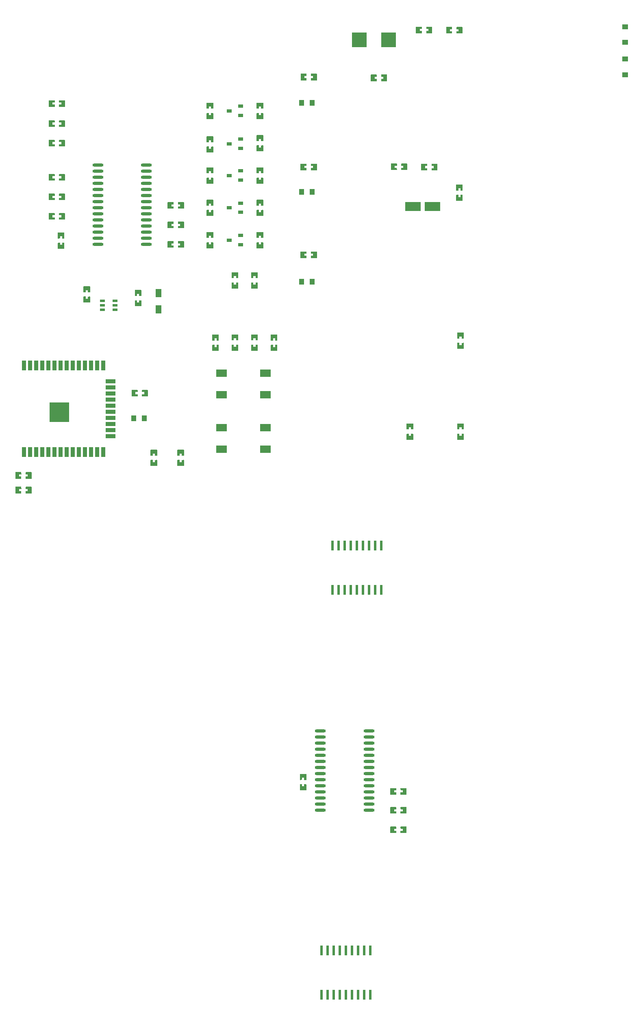
<source format=gtp>
G04 Layer: TopPasteMaskLayer*
G04 EasyEDA Pro v2.1.49.573a4102.674264, 2024-03-15 18:46:32*
G04 Gerber Generator version 0.3*
G04 Scale: 100 percent, Rotated: No, Reflected: No*
G04 Dimensions in millimeters*
G04 Leading zeros omitted, absolute positions, 3 integers and 5 decimals*
%FSLAX35Y35*%
%MOMM*%
%ADD10R,0.9X2.0*%
%ADD11R,2.0X0.9*%
%ADD12R,4.09999X4.09999*%
%ADD13R,1.0X0.8*%
%ADD14O,2.3X0.6*%
%ADD15R,1.0034X1.25001*%
%ADD16R,1.0X1.25001*%
%ADD17R,1.1X0.6*%
%ADD18R,1.29601X1.7575*%
%ADD19R,2.3X1.5*%
%ADD20R,1.0X1.25001*%
%ADD21R,0.55999X2.08501*%
%ADD22R,0.55999X2.08501*%
%ADD23R,3.19999X1.85*%
%ADD24R,1.18X1.07*%
%ADD25R,3.04999X3.09999*%
G75*


G04 PolygonModel Start*
G36*
G01X4750300Y-2113102D02*
G01X4622302Y-2113102D01*
G01X4617301Y-2108101D01*
G01Y-1993100D01*
G01X4622302Y-1988101D01*
G01X4663305Y-1987598D01*
G01Y-2032599D01*
G01X4708304D01*
G01Y-1988599D01*
G01X4750300Y-1988101D01*
G01X4755302Y-1993100D01*
G01Y-2108101D01*
G01X4750300Y-2113102D01*
G37*
G36*
G01X4750300Y-1898101D02*
G01X4708304Y-1898099D01*
G01Y-1853601D01*
G01X4663305D01*
G01Y-1897598D01*
G01X4622302Y-1898101D01*
G01X4617301Y-1893100D01*
G01Y-1778102D01*
G01X4622302Y-1773100D01*
G01X4750300D01*
G01X4755302Y-1778102D01*
G01Y-1893100D01*
G01X4750300Y-1898101D01*
G37*
G36*
G01X5791700Y-2113102D02*
G01X5663702Y-2113102D01*
G01X5658701Y-2108101D01*
G01Y-1993100D01*
G01X5663702Y-1988101D01*
G01X5704705Y-1987598D01*
G01Y-2032599D01*
G01X5749704D01*
G01Y-1988599D01*
G01X5791700Y-1988101D01*
G01X5796702Y-1993100D01*
G01Y-2108101D01*
G01X5791700Y-2113102D01*
G37*
G36*
G01X5791700Y-1898101D02*
G01X5749704Y-1898099D01*
G01Y-1853601D01*
G01X5704705D01*
G01Y-1897598D01*
G01X5663702Y-1898101D01*
G01X5658701Y-1893100D01*
G01Y-1778102D01*
G01X5663702Y-1773100D01*
G01X5791700D01*
G01X5796702Y-1778102D01*
G01Y-1893100D01*
G01X5791700Y-1898101D01*
G37*
G36*
G01X4750300Y-2811602D02*
G01X4622302Y-2811602D01*
G01X4617301Y-2806601D01*
G01Y-2691600D01*
G01X4622302Y-2686601D01*
G01X4663305Y-2686098D01*
G01Y-2731099D01*
G01X4708304D01*
G01Y-2687099D01*
G01X4750300Y-2686601D01*
G01X4755302Y-2691600D01*
G01Y-2806601D01*
G01X4750300Y-2811602D01*
G37*
G36*
G01X4750300Y-2596601D02*
G01X4708304Y-2596599D01*
G01Y-2552101D01*
G01X4663305D01*
G01Y-2596098D01*
G01X4622302Y-2596601D01*
G01X4617301Y-2591600D01*
G01Y-2476602D01*
G01X4622302Y-2471600D01*
G01X4750300D01*
G01X4755302Y-2476602D01*
G01Y-2591600D01*
G01X4750300Y-2596601D01*
G37*
G36*
G01X5791700Y-2786202D02*
G01X5663702Y-2786202D01*
G01X5658701Y-2781201D01*
G01Y-2666200D01*
G01X5663702Y-2661201D01*
G01X5704705Y-2660698D01*
G01Y-2705699D01*
G01X5749704D01*
G01Y-2661699D01*
G01X5791700Y-2661201D01*
G01X5796702Y-2666200D01*
G01Y-2781201D01*
G01X5791700Y-2786202D01*
G37*
G36*
G01X5791700Y-2571201D02*
G01X5749704Y-2571199D01*
G01Y-2526701D01*
G01X5704705D01*
G01Y-2570698D01*
G01X5663702Y-2571201D01*
G01X5658701Y-2566200D01*
G01Y-2451202D01*
G01X5663702Y-2446200D01*
G01X5791700D01*
G01X5796702Y-2451202D01*
G01Y-2566200D01*
G01X5791700Y-2571201D01*
G37*
G36*
G01X4750300Y-3459302D02*
G01X4622302Y-3459302D01*
G01X4617301Y-3454301D01*
G01Y-3339300D01*
G01X4622302Y-3334301D01*
G01X4663305Y-3333798D01*
G01Y-3378799D01*
G01X4708304D01*
G01Y-3334799D01*
G01X4750300Y-3334301D01*
G01X4755302Y-3339300D01*
G01Y-3454301D01*
G01X4750300Y-3459302D01*
G37*
G36*
G01X4750300Y-3244301D02*
G01X4708304Y-3244299D01*
G01Y-3199801D01*
G01X4663305D01*
G01Y-3243798D01*
G01X4622302Y-3244301D01*
G01X4617301Y-3239300D01*
G01Y-3124302D01*
G01X4622302Y-3119300D01*
G01X4750300D01*
G01X4755302Y-3124302D01*
G01Y-3239300D01*
G01X4750300Y-3244301D01*
G37*
G36*
G01X5791700Y-3459302D02*
G01X5663702Y-3459302D01*
G01X5658701Y-3454301D01*
G01Y-3339300D01*
G01X5663702Y-3334301D01*
G01X5704705Y-3333798D01*
G01Y-3378799D01*
G01X5749704D01*
G01Y-3334799D01*
G01X5791700Y-3334301D01*
G01X5796702Y-3339300D01*
G01Y-3454301D01*
G01X5791700Y-3459302D01*
G37*
G36*
G01X5791700Y-3244301D02*
G01X5749704Y-3244299D01*
G01Y-3199801D01*
G01X5704705D01*
G01Y-3243798D01*
G01X5663702Y-3244301D01*
G01X5658701Y-3239300D01*
G01Y-3124302D01*
G01X5663702Y-3119300D01*
G01X5791700D01*
G01X5796702Y-3124302D01*
G01Y-3239300D01*
G01X5791700Y-3244301D01*
G37*
G36*
G01X4750300Y-4132402D02*
G01X4622302Y-4132402D01*
G01X4617301Y-4127401D01*
G01Y-4012400D01*
G01X4622302Y-4007401D01*
G01X4663305Y-4006898D01*
G01Y-4051899D01*
G01X4708304D01*
G01Y-4007899D01*
G01X4750300Y-4007401D01*
G01X4755302Y-4012400D01*
G01Y-4127401D01*
G01X4750300Y-4132402D01*
G37*
G36*
G01X4750300Y-3917401D02*
G01X4708304Y-3917399D01*
G01Y-3872901D01*
G01X4663305D01*
G01Y-3916898D01*
G01X4622302Y-3917401D01*
G01X4617301Y-3912400D01*
G01Y-3797402D01*
G01X4622302Y-3792400D01*
G01X4750300D01*
G01X4755302Y-3797402D01*
G01Y-3912400D01*
G01X4750300Y-3917401D01*
G37*
G36*
G01X5791700Y-4132402D02*
G01X5663702Y-4132402D01*
G01X5658701Y-4127401D01*
G01Y-4012400D01*
G01X5663702Y-4007401D01*
G01X5704705Y-4006898D01*
G01Y-4051899D01*
G01X5749704D01*
G01Y-4007899D01*
G01X5791700Y-4007401D01*
G01X5796702Y-4012400D01*
G01Y-4127401D01*
G01X5791700Y-4132402D01*
G37*
G36*
G01X5791700Y-3917401D02*
G01X5749704Y-3917399D01*
G01Y-3872901D01*
G01X5704705D01*
G01Y-3916898D01*
G01X5663702Y-3917401D01*
G01X5658701Y-3912400D01*
G01Y-3797402D01*
G01X5663702Y-3792400D01*
G01X5791700D01*
G01X5796702Y-3797402D01*
G01Y-3912400D01*
G01X5791700Y-3917401D01*
G37*
G36*
G01X4750300Y-4805502D02*
G01X4622302Y-4805502D01*
G01X4617301Y-4800501D01*
G01Y-4685500D01*
G01X4622302Y-4680501D01*
G01X4663305Y-4679998D01*
G01Y-4724999D01*
G01X4708304D01*
G01Y-4680999D01*
G01X4750300Y-4680501D01*
G01X4755302Y-4685500D01*
G01Y-4800501D01*
G01X4750300Y-4805502D01*
G37*
G36*
G01X4750300Y-4590501D02*
G01X4708304Y-4590499D01*
G01Y-4546001D01*
G01X4663305D01*
G01Y-4589998D01*
G01X4622302Y-4590501D01*
G01X4617301Y-4585500D01*
G01Y-4470502D01*
G01X4622302Y-4465500D01*
G01X4750300D01*
G01X4755302Y-4470502D01*
G01Y-4585500D01*
G01X4750300Y-4590501D01*
G37*
G36*
G01X5791700Y-4805502D02*
G01X5663702Y-4805502D01*
G01X5658701Y-4800501D01*
G01Y-4685500D01*
G01X5663702Y-4680501D01*
G01X5704705Y-4679998D01*
G01Y-4724999D01*
G01X5749704D01*
G01Y-4680999D01*
G01X5791700Y-4680501D01*
G01X5796702Y-4685500D01*
G01Y-4800501D01*
G01X5791700Y-4805502D01*
G37*
G36*
G01X5791700Y-4590501D02*
G01X5749704Y-4590499D01*
G01Y-4546001D01*
G01X5704705D01*
G01Y-4589998D01*
G01X5663702Y-4590501D01*
G01X5658701Y-4585500D01*
G01Y-4470502D01*
G01X5663702Y-4465500D01*
G01X5791700D01*
G01X5796702Y-4470502D01*
G01Y-4585500D01*
G01X5791700Y-4590501D01*
G37*
G36*
G01X4140700Y-9339402D02*
G01X4012702Y-9339402D01*
G01X4007701Y-9334401D01*
G01Y-9219400D01*
G01X4012702Y-9214401D01*
G01X4053705Y-9213898D01*
G01Y-9258899D01*
G01X4098704D01*
G01Y-9214899D01*
G01X4140700Y-9214401D01*
G01X4145702Y-9219400D01*
G01Y-9334401D01*
G01X4140700Y-9339402D01*
G37*
G36*
G01X4140700Y-9124401D02*
G01X4098704Y-9124399D01*
G01Y-9079901D01*
G01X4053705D01*
G01Y-9123898D01*
G01X4012702Y-9124401D01*
G01X4007701Y-9119400D01*
G01Y-9004402D01*
G01X4012702Y-8999400D01*
G01X4140700D01*
G01X4145702Y-9004402D01*
G01Y-9119400D01*
G01X4140700Y-9124401D01*
G37*
G36*
G01X3581900Y-9339402D02*
G01X3453902Y-9339402D01*
G01X3448901Y-9334401D01*
G01Y-9219400D01*
G01X3453902Y-9214401D01*
G01X3494905Y-9213898D01*
G01Y-9258899D01*
G01X3539904D01*
G01Y-9214899D01*
G01X3581900Y-9214401D01*
G01X3586902Y-9219400D01*
G01Y-9334401D01*
G01X3581900Y-9339402D01*
G37*
G36*
G01X3581900Y-9124401D02*
G01X3539904Y-9124399D01*
G01Y-9079901D01*
G01X3494905D01*
G01Y-9123898D01*
G01X3453902Y-9124401D01*
G01X3448901Y-9119400D01*
G01Y-9004402D01*
G01X3453902Y-8999400D01*
G01X3581900D01*
G01X3586902Y-9004402D01*
G01Y-9119400D01*
G01X3581900Y-9124401D01*
G37*
G36*
G01X1649496Y-4815703D02*
G01X1521498Y-4815703D01*
G01X1516497Y-4810702D01*
G01Y-4695701D01*
G01X1521498Y-4690702D01*
G01X1562501Y-4690199D01*
G01Y-4735200D01*
G01X1607500D01*
G01Y-4691200D01*
G01X1649496Y-4690702D01*
G01X1654498Y-4695701D01*
G01Y-4810702D01*
G01X1649496Y-4815703D01*
G37*
G36*
G01X1649496Y-4600702D02*
G01X1607500Y-4600699D01*
G01Y-4556201D01*
G01X1562501D01*
G01Y-4600199D01*
G01X1521498Y-4600702D01*
G01X1516497Y-4595701D01*
G01Y-4480702D01*
G01X1521498Y-4475701D01*
G01X1649496D01*
G01X1654498Y-4480702D01*
G01Y-4595701D01*
G01X1649496Y-4600702D01*
G37*
G36*
G01X4145102Y-4660400D02*
G01X4145102Y-4788398D01*
G01X4140101Y-4793399D01*
G01X4025100D01*
G01X4020101Y-4788398D01*
G01X4019598Y-4747395D01*
G01X4064599D01*
G01Y-4702396D01*
G01X4020599D01*
G01X4020101Y-4660400D01*
G01X4025100Y-4655398D01*
G01X4140101D01*
G01X4145102Y-4660400D01*
G37*
G36*
G01X3930101Y-4660400D02*
G01X3930099Y-4702396D01*
G01X3885601D01*
G01Y-4747395D01*
G01X3929598D01*
G01X3930101Y-4788398D01*
G01X3925100Y-4793399D01*
G01X3810102D01*
G01X3805100Y-4788398D01*
G01Y-4660400D01*
G01X3810102Y-4655398D01*
G01X3925100D01*
G01X3930101Y-4660400D01*
G37*
G36*
G01X4145102Y-4254000D02*
G01X4145102Y-4381998D01*
G01X4140101Y-4386999D01*
G01X4025100D01*
G01X4020101Y-4381998D01*
G01X4019598Y-4340995D01*
G01X4064599D01*
G01Y-4295996D01*
G01X4020599D01*
G01X4020101Y-4254000D01*
G01X4025100Y-4248998D01*
G01X4140101D01*
G01X4145102Y-4254000D01*
G37*
G36*
G01X3930101Y-4254000D02*
G01X3930099Y-4295996D01*
G01X3885601D01*
G01Y-4340995D01*
G01X3929598D01*
G01X3930101Y-4381998D01*
G01X3925100Y-4386999D01*
G01X3810102D01*
G01X3805100Y-4381998D01*
G01Y-4254000D01*
G01X3810102Y-4248998D01*
G01X3925100D01*
G01X3930101Y-4254000D01*
G37*
G36*
G01X4145102Y-3847600D02*
G01X4145102Y-3975598D01*
G01X4140101Y-3980599D01*
G01X4025100D01*
G01X4020101Y-3975598D01*
G01X4019598Y-3934595D01*
G01X4064599D01*
G01Y-3889596D01*
G01X4020599D01*
G01X4020101Y-3847600D01*
G01X4025100Y-3842598D01*
G01X4140101D01*
G01X4145102Y-3847600D01*
G37*
G36*
G01X3930101Y-3847600D02*
G01X3930099Y-3889596D01*
G01X3885601D01*
G01Y-3934595D01*
G01X3929598D01*
G01X3930101Y-3975598D01*
G01X3925100Y-3980599D01*
G01X3810102D01*
G01X3805100Y-3975598D01*
G01Y-3847600D01*
G01X3810102Y-3842598D01*
G01X3925100D01*
G01X3930101Y-3847600D01*
G37*
G36*
G01X6691396Y-16093303D02*
G01X6563398Y-16093303D01*
G01X6558397Y-16088302D01*
G01Y-15973301D01*
G01X6563398Y-15968302D01*
G01X6604401Y-15967799D01*
G01Y-16012800D01*
G01X6649400D01*
G01Y-15968800D01*
G01X6691396Y-15968302D01*
G01X6696398Y-15973301D01*
G01Y-16088302D01*
G01X6691396Y-16093303D01*
G37*
G36*
G01X6691396Y-15878302D02*
G01X6649400Y-15878299D01*
G01Y-15833801D01*
G01X6604401D01*
G01Y-15877799D01*
G01X6563398Y-15878302D01*
G01X6558397Y-15873301D01*
G01Y-15758302D01*
G01X6563398Y-15753301D01*
G01X6691396D01*
G01X6696398Y-15758302D01*
G01Y-15873301D01*
G01X6691396Y-15878302D01*
G37*
G36*
G01X8782202Y-16852400D02*
G01X8782202Y-16980398D01*
G01X8777201Y-16985399D01*
G01X8662200D01*
G01X8657201Y-16980398D01*
G01X8656698Y-16939395D01*
G01X8701699D01*
G01Y-16894396D01*
G01X8657699D01*
G01X8657201Y-16852400D01*
G01X8662200Y-16847398D01*
G01X8777201D01*
G01X8782202Y-16852400D01*
G37*
G36*
G01X8567201Y-16852400D02*
G01X8567199Y-16894396D01*
G01X8522701D01*
G01Y-16939395D01*
G01X8566698D01*
G01X8567201Y-16980398D01*
G01X8562200Y-16985399D01*
G01X8447202D01*
G01X8442200Y-16980398D01*
G01Y-16852400D01*
G01X8447202Y-16847398D01*
G01X8562200D01*
G01X8567201Y-16852400D01*
G37*
G36*
G01X8782202Y-16446000D02*
G01X8782202Y-16573998D01*
G01X8777201Y-16578999D01*
G01X8662200D01*
G01X8657201Y-16573998D01*
G01X8656698Y-16532995D01*
G01X8701700D01*
G01Y-16487996D01*
G01X8657699D01*
G01X8657201Y-16446000D01*
G01X8662200Y-16440998D01*
G01X8777201D01*
G01X8782202Y-16446000D01*
G37*
G36*
G01X8567202Y-16446000D02*
G01X8567199Y-16487996D01*
G01X8522701D01*
G01Y-16532995D01*
G01X8566699D01*
G01X8567202Y-16573998D01*
G01X8562200Y-16578999D01*
G01X8447202D01*
G01X8442201Y-16573998D01*
G01Y-16446000D01*
G01X8447202Y-16440998D01*
G01X8562200D01*
G01X8567202Y-16446000D01*
G37*
G36*
G01X8782202Y-16052300D02*
G01X8782202Y-16180298D01*
G01X8777201Y-16185299D01*
G01X8662200D01*
G01X8657201Y-16180298D01*
G01X8656698Y-16139295D01*
G01X8701699D01*
G01Y-16094296D01*
G01X8657699D01*
G01X8657201Y-16052300D01*
G01X8662200Y-16047298D01*
G01X8777201D01*
G01X8782202Y-16052300D01*
G37*
G36*
G01X8567201Y-16052300D02*
G01X8567199Y-16094296D01*
G01X8522701D01*
G01Y-16139295D01*
G01X8566698D01*
G01X8567201Y-16180298D01*
G01X8562200Y-16185299D01*
G01X8447202D01*
G01X8442200Y-16180298D01*
G01Y-16052300D01*
G01X8447202Y-16047298D01*
G01X8562200D01*
G01X8567201Y-16052300D01*
G37*
G36*
G01X9842000Y-8453298D02*
G01X9969998Y-8453298D01*
G01X9974999Y-8458299D01*
G01Y-8573300D01*
G01X9969998Y-8578299D01*
G01X9928995Y-8578802D01*
G01Y-8533801D01*
G01X9883996D01*
G01Y-8577801D01*
G01X9842000Y-8578299D01*
G01X9836998Y-8573300D01*
G01Y-8458299D01*
G01X9842000Y-8453298D01*
G37*
G36*
G01X9842000Y-8668299D02*
G01X9883996Y-8668301D01*
G01Y-8712799D01*
G01X9928995D01*
G01Y-8668802D01*
G01X9969998Y-8668299D01*
G01X9974999Y-8673300D01*
G01Y-8788298D01*
G01X9969998Y-8793300D01*
G01X9842000D01*
G01X9836998Y-8788298D01*
G01Y-8673300D01*
G01X9842000Y-8668299D01*
G37*
G36*
G01X9842000Y-6560998D02*
G01X9969998Y-6560998D01*
G01X9974999Y-6565999D01*
G01Y-6681000D01*
G01X9969998Y-6685999D01*
G01X9928995Y-6686502D01*
G01Y-6641501D01*
G01X9883996D01*
G01Y-6685501D01*
G01X9842000Y-6685999D01*
G01X9836998Y-6681000D01*
G01Y-6565999D01*
G01X9842000Y-6560998D01*
G37*
G36*
G01X9842000Y-6775999D02*
G01X9883996Y-6776001D01*
G01Y-6820499D01*
G01X9928995D01*
G01Y-6776502D01*
G01X9969998Y-6775999D01*
G01X9974999Y-6781000D01*
G01Y-6895998D01*
G01X9969998Y-6901000D01*
G01X9842000D01*
G01X9836998Y-6895998D01*
G01Y-6781000D01*
G01X9842000Y-6775999D01*
G37*
G36*
G01X8787900Y-8453298D02*
G01X8915898Y-8453298D01*
G01X8920899Y-8458299D01*
G01Y-8573300D01*
G01X8915898Y-8578299D01*
G01X8874895Y-8578802D01*
G01Y-8533801D01*
G01X8829896D01*
G01Y-8577801D01*
G01X8787900Y-8578299D01*
G01X8782898Y-8573300D01*
G01Y-8458299D01*
G01X8787900Y-8453298D01*
G37*
G36*
G01X8787900Y-8668299D02*
G01X8829896Y-8668301D01*
G01Y-8712799D01*
G01X8874895D01*
G01Y-8668802D01*
G01X8915898Y-8668299D01*
G01X8920899Y-8673300D01*
G01Y-8788298D01*
G01X8915898Y-8793300D01*
G01X8787900D01*
G01X8782898Y-8788298D01*
G01Y-8673300D01*
G01X8787900Y-8668299D01*
G37*
G36*
G01X1328598Y-3391400D02*
G01X1328598Y-3263402D01*
G01X1333599Y-3258401D01*
G01X1448600D01*
G01X1453599Y-3263402D01*
G01X1454102Y-3304405D01*
G01X1409101D01*
G01Y-3349404D01*
G01X1453101D01*
G01X1453599Y-3391400D01*
G01X1448600Y-3396402D01*
G01X1333599D01*
G01X1328598Y-3391400D01*
G37*
G36*
G01X1543599Y-3391400D02*
G01X1543601Y-3349404D01*
G01X1588099D01*
G01Y-3304405D01*
G01X1544102D01*
G01X1543599Y-3263402D01*
G01X1548600Y-3258401D01*
G01X1663598D01*
G01X1668600Y-3263402D01*
G01Y-3391400D01*
G01X1663598Y-3396402D01*
G01X1548600D01*
G01X1543599Y-3391400D01*
G37*
G36*
G01X1668602Y-3669800D02*
G01X1668602Y-3797798D01*
G01X1663601Y-3802799D01*
G01X1548600D01*
G01X1543601Y-3797798D01*
G01X1543098Y-3756795D01*
G01X1588099D01*
G01Y-3711796D01*
G01X1544099D01*
G01X1543601Y-3669800D01*
G01X1548600Y-3664798D01*
G01X1663601D01*
G01X1668602Y-3669800D01*
G37*
G36*
G01X1453601Y-3669800D02*
G01X1453599Y-3711796D01*
G01X1409101D01*
G01Y-3756795D01*
G01X1453098D01*
G01X1453601Y-3797798D01*
G01X1448600Y-3802799D01*
G01X1333602D01*
G01X1328600Y-3797798D01*
G01Y-3669800D01*
G01X1333602Y-3664798D01*
G01X1448600D01*
G01X1453601Y-3669800D01*
G37*
G36*
G01X1328598Y-4204200D02*
G01X1328598Y-4076202D01*
G01X1333599Y-4071201D01*
G01X1448600D01*
G01X1453599Y-4076202D01*
G01X1454102Y-4117205D01*
G01X1409101D01*
G01Y-4162204D01*
G01X1453101D01*
G01X1453599Y-4204200D01*
G01X1448600Y-4209202D01*
G01X1333599D01*
G01X1328598Y-4204200D01*
G37*
G36*
G01X1543599Y-4204200D02*
G01X1543601Y-4162204D01*
G01X1588099D01*
G01Y-4117205D01*
G01X1544102D01*
G01X1543599Y-4076202D01*
G01X1548600Y-4071201D01*
G01X1663598D01*
G01X1668600Y-4076202D01*
G01Y-4204200D01*
G01X1663598Y-4209202D01*
G01X1548600D01*
G01X1543599Y-4204200D01*
G37*
G36*
G01X3055798Y-7887200D02*
G01X3055798Y-7759202D01*
G01X3060799Y-7754201D01*
G01X3175800D01*
G01X3180799Y-7759202D01*
G01X3181302Y-7800205D01*
G01X3136301D01*
G01Y-7845204D01*
G01X3180301D01*
G01X3180799Y-7887200D01*
G01X3175800Y-7892202D01*
G01X3060799D01*
G01X3055798Y-7887200D01*
G37*
G36*
G01X3270799Y-7887200D02*
G01X3270801Y-7845204D01*
G01X3315299D01*
G01Y-7800205D01*
G01X3271302D01*
G01X3270799Y-7759202D01*
G01X3275800Y-7754201D01*
G01X3390798D01*
G01X3395800Y-7759202D01*
G01Y-7887200D01*
G01X3390798Y-7892202D01*
G01X3275800D01*
G01X3270799Y-7887200D01*
G37*
G36*
G01X2184900Y-5935802D02*
G01X2056902Y-5935802D01*
G01X2051901Y-5930801D01*
G01Y-5815800D01*
G01X2056902Y-5810801D01*
G01X2097905Y-5810298D01*
G01Y-5855299D01*
G01X2142904D01*
G01Y-5811299D01*
G01X2184900Y-5810801D01*
G01X2189902Y-5815800D01*
G01Y-5930801D01*
G01X2184900Y-5935802D01*
G37*
G36*
G01X2184900Y-5720801D02*
G01X2142904Y-5720799D01*
G01Y-5676301D01*
G01X2097905D01*
G01Y-5720298D01*
G01X2056902Y-5720801D01*
G01X2051901Y-5715800D01*
G01Y-5600802D01*
G01X2056902Y-5595800D01*
G01X2184900D01*
G01X2189902Y-5600802D01*
G01Y-5715800D01*
G01X2184900Y-5720801D01*
G37*
G36*
G01X3125704Y-5672897D02*
G01X3253702Y-5672897D01*
G01X3258703Y-5677898D01*
G01Y-5792899D01*
G01X3253702Y-5797898D01*
G01X3212699Y-5798401D01*
G01Y-5753400D01*
G01X3167700D01*
G01Y-5797400D01*
G01X3125704Y-5797898D01*
G01X3120702Y-5792899D01*
G01Y-5677898D01*
G01X3125704Y-5672897D01*
G37*
G36*
G01X3125704Y-5887898D02*
G01X3167700Y-5887900D01*
G01Y-5932399D01*
G01X3212699D01*
G01Y-5888401D01*
G01X3253702Y-5887898D01*
G01X3258703Y-5892899D01*
G01Y-6007898D01*
G01X3253702Y-6012899D01*
G01X3125704D01*
G01X3120702Y-6007898D01*
G01Y-5892899D01*
G01X3125704Y-5887898D01*
G37*
G36*
G01X5143000Y-6599098D02*
G01X5270998Y-6599098D01*
G01X5275999Y-6604099D01*
G01Y-6719100D01*
G01X5270998Y-6724099D01*
G01X5229995Y-6724602D01*
G01Y-6679601D01*
G01X5184996D01*
G01Y-6723601D01*
G01X5143000Y-6724099D01*
G01X5137998Y-6719100D01*
G01Y-6604099D01*
G01X5143000Y-6599098D01*
G37*
G36*
G01X5143000Y-6814099D02*
G01X5184996Y-6814101D01*
G01Y-6858599D01*
G01X5229995D01*
G01Y-6814602D01*
G01X5270998Y-6814099D01*
G01X5275999Y-6819100D01*
G01Y-6934098D01*
G01X5270998Y-6939100D01*
G01X5143000D01*
G01X5137998Y-6934098D01*
G01Y-6819100D01*
G01X5143000Y-6814099D01*
G37*
G36*
G01X5549400Y-6599098D02*
G01X5677398Y-6599098D01*
G01X5682399Y-6604099D01*
G01Y-6719100D01*
G01X5677398Y-6724099D01*
G01X5636395Y-6724602D01*
G01Y-6679601D01*
G01X5591396D01*
G01Y-6723601D01*
G01X5549400Y-6724099D01*
G01X5544398Y-6719100D01*
G01Y-6604099D01*
G01X5549400Y-6599098D01*
G37*
G36*
G01X5549400Y-6814099D02*
G01X5591396Y-6814101D01*
G01Y-6858599D01*
G01X5636395D01*
G01Y-6814602D01*
G01X5677398Y-6814099D01*
G01X5682399Y-6819100D01*
G01Y-6934098D01*
G01X5677398Y-6939100D01*
G01X5549400D01*
G01X5544398Y-6934098D01*
G01Y-6819100D01*
G01X5549400Y-6814099D01*
G37*
G36*
G01X4738604Y-6601597D02*
G01X4866602Y-6601597D01*
G01X4871603Y-6606598D01*
G01Y-6721599D01*
G01X4866602Y-6726598D01*
G01X4825599Y-6727101D01*
G01Y-6682100D01*
G01X4780600D01*
G01Y-6726100D01*
G01X4738604Y-6726598D01*
G01X4733602Y-6721599D01*
G01Y-6606598D01*
G01X4738604Y-6601597D01*
G37*
G36*
G01X4738604Y-6816598D02*
G01X4780600Y-6816601D01*
G01Y-6861099D01*
G01X4825599D01*
G01Y-6817101D01*
G01X4866602Y-6816598D01*
G01X4871603Y-6821599D01*
G01Y-6936598D01*
G01X4866602Y-6941599D01*
G01X4738604D01*
G01X4733602Y-6936598D01*
G01Y-6821599D01*
G01X4738604Y-6816598D01*
G37*
G36*
G01X5957804Y-6601597D02*
G01X6085802Y-6601597D01*
G01X6090803Y-6606598D01*
G01Y-6721599D01*
G01X6085802Y-6726598D01*
G01X6044799Y-6727101D01*
G01Y-6682100D01*
G01X5999800D01*
G01Y-6726100D01*
G01X5957804Y-6726598D01*
G01X5952802Y-6721599D01*
G01Y-6606598D01*
G01X5957804Y-6601597D01*
G37*
G36*
G01X5957804Y-6816598D02*
G01X5999800Y-6816601D01*
G01Y-6861099D01*
G01X6044799D01*
G01Y-6817101D01*
G01X6085802Y-6816598D01*
G01X6090803Y-6821599D01*
G01Y-6936598D01*
G01X6085802Y-6941599D01*
G01X5957804D01*
G01X5952802Y-6936598D01*
G01Y-6821599D01*
G01X5957804Y-6816598D01*
G37*
G36*
G01X5143000Y-5303698D02*
G01X5270998Y-5303698D01*
G01X5275999Y-5308699D01*
G01Y-5423700D01*
G01X5270998Y-5428699D01*
G01X5229995Y-5429202D01*
G01Y-5384201D01*
G01X5184996D01*
G01Y-5428201D01*
G01X5143000Y-5428699D01*
G01X5137998Y-5423700D01*
G01Y-5308699D01*
G01X5143000Y-5303698D01*
G37*
G36*
G01X5143000Y-5518699D02*
G01X5184996Y-5518701D01*
G01Y-5563199D01*
G01X5229995D01*
G01Y-5519202D01*
G01X5270998Y-5518699D01*
G01X5275999Y-5523700D01*
G01Y-5638698D01*
G01X5270998Y-5643700D01*
G01X5143000D01*
G01X5137998Y-5638698D01*
G01Y-5523700D01*
G01X5143000Y-5518699D01*
G37*
G36*
G01X5549400Y-5303698D02*
G01X5677398Y-5303698D01*
G01X5682399Y-5308699D01*
G01Y-5423700D01*
G01X5677398Y-5428699D01*
G01X5636395Y-5429202D01*
G01Y-5384201D01*
G01X5591396D01*
G01Y-5428201D01*
G01X5549400Y-5428699D01*
G01X5544398Y-5423700D01*
G01Y-5308699D01*
G01X5549400Y-5303698D01*
G37*
G36*
G01X5549400Y-5518699D02*
G01X5591396Y-5518701D01*
G01Y-5563199D01*
G01X5636395D01*
G01Y-5519202D01*
G01X5677398Y-5518699D01*
G01X5682399Y-5523700D01*
G01Y-5638698D01*
G01X5677398Y-5643700D01*
G01X5549400D01*
G01X5544398Y-5638698D01*
G01Y-5523700D01*
G01X5549400Y-5518699D01*
G37*
G36*
G01X632597Y-9599696D02*
G01X632597Y-9471698D01*
G01X637598Y-9466697D01*
G01X752599D01*
G01X757598Y-9471698D01*
G01X758101Y-9512701D01*
G01X713100D01*
G01Y-9557700D01*
G01X757100D01*
G01X757598Y-9599696D01*
G01X752599Y-9604698D01*
G01X637598D01*
G01X632597Y-9599696D01*
G37*
G36*
G01X847598Y-9599696D02*
G01X847601Y-9557700D01*
G01X892099D01*
G01Y-9512701D01*
G01X848101D01*
G01X847598Y-9471698D01*
G01X852599Y-9466697D01*
G01X967598D01*
G01X972599Y-9471698D01*
G01Y-9599696D01*
G01X967598Y-9604698D01*
G01X852599D01*
G01X847598Y-9599696D01*
G37*
G36*
G01X632597Y-9904496D02*
G01X632597Y-9776498D01*
G01X637598Y-9771497D01*
G01X752599D01*
G01X757598Y-9776498D01*
G01X758101Y-9817501D01*
G01X713100D01*
G01Y-9862500D01*
G01X757100D01*
G01X757598Y-9904496D01*
G01X752599Y-9909498D01*
G01X637598D01*
G01X632597Y-9904496D01*
G37*
G36*
G01X847598Y-9904496D02*
G01X847601Y-9862500D01*
G01X892099D01*
G01Y-9817501D01*
G01X848101D01*
G01X847598Y-9776498D01*
G01X852599Y-9771497D01*
G01X967598D01*
G01X972599Y-9776498D01*
G01Y-9904496D01*
G01X967598Y-9909498D01*
G01X852599D01*
G01X847598Y-9904496D01*
G37*
G36*
G01X1328598Y-2680200D02*
G01X1328598Y-2552202D01*
G01X1333599Y-2547201D01*
G01X1448600D01*
G01X1453599Y-2552202D01*
G01X1454102Y-2593205D01*
G01X1409101D01*
G01Y-2638204D01*
G01X1453101D01*
G01X1453599Y-2680200D01*
G01X1448600Y-2685202D01*
G01X1333599D01*
G01X1328598Y-2680200D01*
G37*
G36*
G01X1543599Y-2680200D02*
G01X1543601Y-2638204D01*
G01X1588099D01*
G01Y-2593205D01*
G01X1544102D01*
G01X1543599Y-2552202D01*
G01X1548600Y-2547201D01*
G01X1663598D01*
G01X1668600Y-2552202D01*
G01Y-2680200D01*
G01X1663598Y-2685202D01*
G01X1548600D01*
G01X1543599Y-2680200D01*
G37*
G36*
G01X1668602Y-1726700D02*
G01X1668602Y-1854698D01*
G01X1663601Y-1859699D01*
G01X1548600D01*
G01X1543601Y-1854698D01*
G01X1543098Y-1813695D01*
G01X1588099D01*
G01Y-1768696D01*
G01X1544099D01*
G01X1543601Y-1726700D01*
G01X1548600Y-1721698D01*
G01X1663601D01*
G01X1668602Y-1726700D01*
G37*
G36*
G01X1453601Y-1726700D02*
G01X1453599Y-1768696D01*
G01X1409101D01*
G01Y-1813695D01*
G01X1453098D01*
G01X1453601Y-1854698D01*
G01X1448600Y-1859699D01*
G01X1333602D01*
G01X1328600Y-1854698D01*
G01Y-1726700D01*
G01X1333602Y-1721698D01*
G01X1448600D01*
G01X1453601Y-1726700D01*
G37*
G36*
G01X1328598Y-2273800D02*
G01X1328598Y-2145802D01*
G01X1333599Y-2140801D01*
G01X1448600D01*
G01X1453599Y-2145802D01*
G01X1454102Y-2186805D01*
G01X1409101D01*
G01Y-2231804D01*
G01X1453101D01*
G01X1453599Y-2273800D01*
G01X1448600Y-2278802D01*
G01X1333599D01*
G01X1328598Y-2273800D01*
G37*
G36*
G01X1543599Y-2273800D02*
G01X1543601Y-2231804D01*
G01X1588099D01*
G01Y-2186805D01*
G01X1544102D01*
G01X1543599Y-2145802D01*
G01X1548600Y-2140801D01*
G01X1663598D01*
G01X1668600Y-2145802D01*
G01Y-2273800D01*
G01X1663598Y-2278802D01*
G01X1548600D01*
G01X1543599Y-2273800D01*
G37*
G36*
G01X6913702Y-4876300D02*
G01X6913702Y-5004298D01*
G01X6908701Y-5009299D01*
G01X6793700D01*
G01X6788701Y-5004298D01*
G01X6788198Y-4963295D01*
G01X6833199D01*
G01Y-4918296D01*
G01X6789199D01*
G01X6788701Y-4876300D01*
G01X6793700Y-4871298D01*
G01X6908701D01*
G01X6913702Y-4876300D01*
G37*
G36*
G01X6698701Y-4876300D02*
G01X6698699Y-4918296D01*
G01X6654201D01*
G01Y-4963295D01*
G01X6698198D01*
G01X6698701Y-5004298D01*
G01X6693700Y-5009299D01*
G01X6578702D01*
G01X6573700Y-5004298D01*
G01Y-4876300D01*
G01X6578702Y-4871298D01*
G01X6693700D01*
G01X6698701Y-4876300D01*
G37*
G36*
G01X6573698Y-3175500D02*
G01X6573698Y-3047502D01*
G01X6578699Y-3042501D01*
G01X6693700D01*
G01X6698699Y-3047502D01*
G01X6699202Y-3088505D01*
G01X6654201D01*
G01Y-3133504D01*
G01X6698201D01*
G01X6698699Y-3175500D01*
G01X6693700Y-3180502D01*
G01X6578699D01*
G01X6573698Y-3175500D01*
G37*
G36*
G01X6788699Y-3175500D02*
G01X6788701Y-3133504D01*
G01X6833199D01*
G01Y-3088505D01*
G01X6789202D01*
G01X6788699Y-3047502D01*
G01X6793700Y-3042501D01*
G01X6908698D01*
G01X6913700Y-3047502D01*
G01Y-3175500D01*
G01X6908698Y-3180502D01*
G01X6793700D01*
G01X6788699Y-3175500D01*
G37*
G36*
G01X6574662Y-1303858D02*
G01X6574662Y-1175860D01*
G01X6579664Y-1170859D01*
G01X6694665D01*
G01X6699664Y-1175860D01*
G01X6700166Y-1216863D01*
G01X6655165D01*
G01Y-1261862D01*
G01X6699166D01*
G01X6699664Y-1303858D01*
G01X6694665Y-1308859D01*
G01X6579664D01*
G01X6574662Y-1303858D01*
G37*
G36*
G01X6789663Y-1303858D02*
G01X6789666Y-1261862D01*
G01X6834164D01*
G01Y-1216863D01*
G01X6790166D01*
G01X6789663Y-1175860D01*
G01X6794665Y-1170859D01*
G01X6909663D01*
G01X6914664Y-1175860D01*
G01Y-1303858D01*
G01X6909663Y-1308859D01*
G01X6794665D01*
G01X6789663Y-1303858D01*
G37*
G36*
G01X9818604Y-3477397D02*
G01X9946602Y-3477397D01*
G01X9951603Y-3482398D01*
G01Y-3597399D01*
G01X9946602Y-3602398D01*
G01X9905599Y-3602901D01*
G01Y-3557900D01*
G01X9860600D01*
G01Y-3601900D01*
G01X9818604Y-3602398D01*
G01X9813602Y-3597399D01*
G01Y-3482398D01*
G01X9818604Y-3477397D01*
G37*
G36*
G01X9818604Y-3692398D02*
G01X9860600Y-3692401D01*
G01Y-3736899D01*
G01X9905599D01*
G01Y-3692901D01*
G01X9946602Y-3692398D01*
G01X9951603Y-3697399D01*
G01Y-3812398D01*
G01X9946602Y-3817399D01*
G01X9818604D01*
G01X9813602Y-3812398D01*
G01Y-3697399D01*
G01X9818604Y-3692398D01*
G37*
G36*
G01X8977462Y-323954D02*
G01X8977462Y-195956D01*
G01X8982463Y-190955D01*
G01X9097464D01*
G01X9102463Y-195956D01*
G01X9102966Y-236959D01*
G01X9057965D01*
G01Y-281958D01*
G01X9101965D01*
G01X9102463Y-323954D01*
G01X9097464Y-328955D01*
G01X8982463D01*
G01X8977462Y-323954D01*
G37*
G36*
G01X9192463Y-323954D02*
G01X9192465Y-281958D01*
G01X9236963D01*
G01Y-236959D01*
G01X9192966D01*
G01X9192463Y-195956D01*
G01X9197464Y-190955D01*
G01X9312462D01*
G01X9317464Y-195956D01*
G01Y-323954D01*
G01X9312462Y-328955D01*
G01X9197464D01*
G01X9192463Y-323954D01*
G37*
G36*
G01X8036697Y-1319296D02*
G01X8036697Y-1191298D01*
G01X8041698Y-1186297D01*
G01X8156699D01*
G01X8161698Y-1191298D01*
G01X8162201Y-1232301D01*
G01X8117200D01*
G01Y-1277300D01*
G01X8161200D01*
G01X8161698Y-1319296D01*
G01X8156699Y-1324298D01*
G01X8041698D01*
G01X8036697Y-1319296D01*
G37*
G36*
G01X8251698Y-1319296D02*
G01X8251701Y-1277300D01*
G01X8296199D01*
G01Y-1232301D01*
G01X8252201D01*
G01X8251698Y-1191298D01*
G01X8256699Y-1186297D01*
G01X8371698D01*
G01X8376699Y-1191298D01*
G01Y-1319296D01*
G01X8371698Y-1324298D01*
G01X8256699D01*
G01X8251698Y-1319296D01*
G37*
G36*
G01X9426544Y-3048763D02*
G01X9426544Y-3176761D01*
G01X9421542Y-3181762D01*
G01X9306541D01*
G01X9301542Y-3176761D01*
G01X9301040Y-3135758D01*
G01X9346041D01*
G01Y-3090759D01*
G01X9302040D01*
G01X9301542Y-3048763D01*
G01X9306541Y-3043762D01*
G01X9421542D01*
G01X9426544Y-3048763D01*
G37*
G36*
G01X9211543Y-3048763D02*
G01X9211540Y-3090759D01*
G01X9167042D01*
G01Y-3135758D01*
G01X9211040D01*
G01X9211543Y-3176761D01*
G01X9206541Y-3181762D01*
G01X9091543D01*
G01X9086542Y-3176761D01*
G01Y-3048763D01*
G01X9091543Y-3043762D01*
G01X9206541D01*
G01X9211543Y-3048763D01*
G37*
G36*
G01X8456538Y-3172756D02*
G01X8456538Y-3044757D01*
G01X8461539Y-3039756D01*
G01X8576540D01*
G01X8581539Y-3044757D01*
G01X8582042Y-3085761D01*
G01X8537041D01*
G01Y-3130759D01*
G01X8581041D01*
G01X8581539Y-3172756D01*
G01X8576540Y-3177757D01*
G01X8461539D01*
G01X8456538Y-3172756D01*
G37*
G36*
G01X8671539Y-3172756D02*
G01X8671541Y-3130759D01*
G01X8716039D01*
G01Y-3085761D01*
G01X8672042D01*
G01X8671539Y-3044757D01*
G01X8676540Y-3039756D01*
G01X8791538D01*
G01X8796540Y-3044757D01*
G01Y-3172756D01*
G01X8791538Y-3177757D01*
G01X8676540D01*
G01X8671539Y-3172756D01*
G37*
G36*
G01X9947468Y-199961D02*
G01X9947468Y-327960D01*
G01X9942466Y-332961D01*
G01X9827465D01*
G01X9822467Y-327960D01*
G01X9821964Y-286956D01*
G01X9866965D01*
G01Y-241958D01*
G01X9822964D01*
G01X9822467Y-199961D01*
G01X9827465Y-194960D01*
G01X9942466D01*
G01X9947468Y-199961D01*
G37*
G36*
G01X9732467Y-199961D02*
G01X9732464Y-241958D01*
G01X9687966D01*
G01Y-286956D01*
G01X9731964D01*
G01X9732467Y-327960D01*
G01X9727465Y-332961D01*
G01X9612467D01*
G01X9607466Y-327960D01*
G01Y-199961D01*
G01X9612467Y-194960D01*
G01X9727465D01*
G01X9732467Y-199961D01*
G37*
G04 PolygonModel End*

G04 Pad Start*
G54D10*
G01X815378Y-9048890D03*
G01X942378Y-9048890D03*
G01X1069378Y-9048890D03*
G01X1196378Y-9048890D03*
G01X1323378Y-9048890D03*
G01X1450378Y-9048890D03*
G01X1577378Y-9048890D03*
G01X1704378Y-9048890D03*
G01X1831378Y-9048890D03*
G01X1958378Y-9048890D03*
G01X2085378Y-9048890D03*
G01X2212378Y-9048890D03*
G01X2339378Y-9048890D03*
G01X2466378Y-9048890D03*
G54D11*
G01X2616391Y-8720391D03*
G01X2616391Y-8593391D03*
G01X2616391Y-8466391D03*
G01X2616391Y-8339391D03*
G01X2616391Y-8212391D03*
G01X2616391Y-8085391D03*
G01X2616391Y-7958391D03*
G01X2616391Y-7831391D03*
G01X2616391Y-7704391D03*
G01X2616391Y-7577391D03*
G54D10*
G01X2466378Y-7248893D03*
G01X2339378Y-7248893D03*
G01X2212378Y-7248893D03*
G01X2085378Y-7248893D03*
G01X1958378Y-7248893D03*
G01X1831378Y-7248893D03*
G01X1704378Y-7248893D03*
G01X1577378Y-7248893D03*
G01X1450378Y-7248893D03*
G01X1323378Y-7248893D03*
G01X1196378Y-7248893D03*
G01X1069378Y-7248893D03*
G01X942378Y-7248893D03*
G01X815378Y-7248893D03*
G54D12*
G01X1549400Y-8216900D03*
G54D13*
G01X5322001Y-1848099D03*
G01X5091999Y-1943095D03*
G01X5322001Y-2038101D03*
G01X5322001Y-2533899D03*
G01X5091999Y-2628895D03*
G01X5322001Y-2723901D03*
G01X5322001Y-3194299D03*
G01X5091999Y-3289295D03*
G01X5322001Y-3384301D03*
G01X5322001Y-3867399D03*
G01X5091999Y-3962395D03*
G01X5322001Y-4057401D03*
G01X5322001Y-4540499D03*
G01X5091999Y-4635495D03*
G01X5322001Y-4730501D03*
G54D14*
G01X2351748Y-3073400D03*
G01X2351748Y-3200400D03*
G01X2351748Y-3327400D03*
G01X2351748Y-3454400D03*
G01X2351748Y-3581400D03*
G01X2351748Y-3708400D03*
G01X2351748Y-3835400D03*
G01X2351748Y-3962400D03*
G01X2351748Y-4089400D03*
G01X2351748Y-4216400D03*
G01X2351748Y-4343400D03*
G01X2351748Y-4470400D03*
G01X2351748Y-4597400D03*
G01X2351748Y-4724400D03*
G01X3363252Y-3073400D03*
G01X3363252Y-3200400D03*
G01X3363252Y-3327400D03*
G01X3363252Y-3454400D03*
G01X3363252Y-3581400D03*
G01X3363252Y-3708400D03*
G01X3363252Y-3835400D03*
G01X3363252Y-3962400D03*
G01X3363252Y-4089400D03*
G01X3363252Y-4216400D03*
G01X3363252Y-4343400D03*
G01X3363252Y-4470400D03*
G01X3363252Y-4597400D03*
G01X3363252Y-4724400D03*
G01X6987248Y-14859000D03*
G01X6987248Y-14986000D03*
G01X6987248Y-15113000D03*
G01X6987248Y-15240000D03*
G01X6987248Y-15367000D03*
G01X6987248Y-15494000D03*
G01X6987248Y-15621000D03*
G01X6987248Y-15748000D03*
G01X6987248Y-15875000D03*
G01X6987248Y-16002000D03*
G01X6987248Y-16129000D03*
G01X6987248Y-16256000D03*
G01X6987248Y-16383000D03*
G01X6987248Y-16510000D03*
G01X7998752Y-14859000D03*
G01X7998752Y-14986000D03*
G01X7998752Y-15113000D03*
G01X7998752Y-15240000D03*
G01X7998752Y-15367000D03*
G01X7998752Y-15494000D03*
G01X7998752Y-15621000D03*
G01X7998752Y-15748000D03*
G01X7998752Y-15875000D03*
G01X7998752Y-16002000D03*
G01X7998752Y-16129000D03*
G01X7998752Y-16256000D03*
G01X7998752Y-16383000D03*
G01X7998752Y-16510000D03*
G54D16*
G01X3323102Y-8343890D03*
G01X3103088Y-8343890D03*
G54D17*
G01X2443099Y-6089396D03*
G01X2443099Y-5994400D03*
G01X2443099Y-5899404D03*
G01X2713101Y-5899404D03*
G01X2713101Y-5994400D03*
G01X2713101Y-6089396D03*
G54D18*
G01X3619500Y-6074131D03*
G01X3619500Y-5736869D03*
G54D19*
G01X5839790Y-8988006D03*
G01X4929810Y-8987980D03*
G01X5839790Y-8537994D03*
G01X4929810Y-8537994D03*
G01X5839790Y-7857706D03*
G01X4929810Y-7857680D03*
G01X5839790Y-7407694D03*
G01X4929810Y-7407694D03*
G54D20*
G01X6596598Y-5499110D03*
G01X6816612Y-5499110D03*
G01X6596598Y-3632210D03*
G01X6816612Y-3632210D03*
G01X6596562Y-1773268D03*
G01X6816577Y-1773268D03*
G54D21*
G01X8026400Y-19426453D03*
G01X7899400Y-19426453D03*
G01X7772400Y-19426453D03*
G01X7645400Y-19426453D03*
G01X7518400Y-19426453D03*
G01X7391400Y-19426453D03*
G01X7264400Y-19426453D03*
G01X7137400Y-19426453D03*
G01X7010400Y-19426453D03*
G01X7010400Y-20349947D03*
G01X7137400Y-20349947D03*
G01X7264400Y-20349947D03*
G01X7391400Y-20349947D03*
G01X7518400Y-20349947D03*
G01X7645400Y-20349947D03*
G01X7772400Y-20349947D03*
G01X7899400Y-20349947D03*
G01X8026400Y-20349947D03*
G54D22*
G01X7239000Y-11917147D03*
G01X7366000Y-11917147D03*
G01X7493000Y-11917147D03*
G01X7620000Y-11917147D03*
G01X7747000Y-11917147D03*
G01X7874000Y-11917147D03*
G01X8001000Y-11917147D03*
G01X8128000Y-11917147D03*
G01X8255000Y-11917147D03*
G01X8255000Y-10993653D03*
G01X8128000Y-10993653D03*
G01X8001000Y-10993653D03*
G01X7874000Y-10993653D03*
G01X7747000Y-10993653D03*
G01X7620000Y-10993653D03*
G01X7493000Y-10993653D03*
G01X7366000Y-10993653D03*
G01X7239000Y-10993653D03*
G54D23*
G01X9323600Y-3937000D03*
G01X8913600Y-3937000D03*
G54D24*
G01X13335000Y-193100D03*
G01X13335000Y-518100D03*
G54D25*
G01X8408564Y-465158D03*
G01X7798565Y-465158D03*
G54D24*
G01X13335000Y-866200D03*
G01X13335000Y-1191200D03*
G04 Pad End*

M02*

</source>
